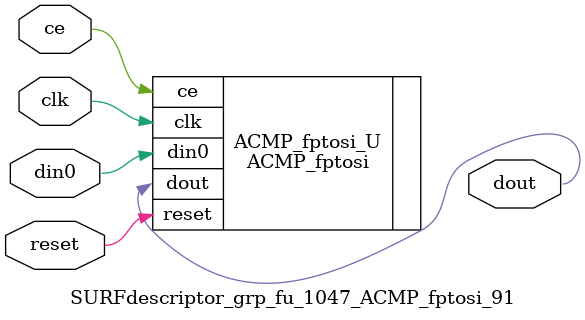
<source format=v>

`timescale 1 ns / 1 ps
module SURFdescriptor_grp_fu_1047_ACMP_fptosi_91(
    clk,
    reset,
    ce,
    din0,
    dout);

parameter ID = 32'd1;
parameter NUM_STAGE = 32'd1;
parameter din0_WIDTH = 32'd1;
parameter dout_WIDTH = 32'd1;
input clk;
input reset;
input ce;
input[din0_WIDTH - 1:0] din0;
output[dout_WIDTH - 1:0] dout;



ACMP_fptosi #(
.ID( ID ),
.NUM_STAGE( 3 ),
.din0_WIDTH( din0_WIDTH ),
.dout_WIDTH( dout_WIDTH ))
ACMP_fptosi_U(
    .clk( clk ),
    .reset( reset ),
    .ce( ce ),
    .din0( din0 ),
    .dout( dout ));

endmodule

</source>
